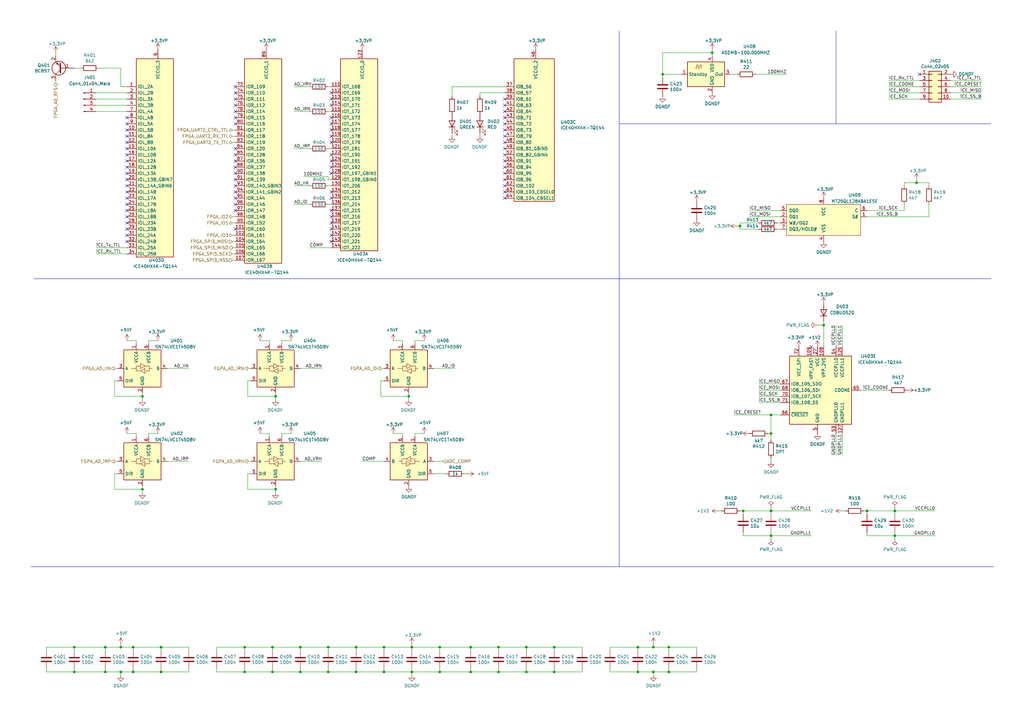
<source format=kicad_sch>
(kicad_sch (version 20230121) (generator eeschema)
  (paper "A3")
  (title_block (title "FPGA") (date "2020-03-07") (rev "1.00"))
  (junction (at 30.48 265.43))
  (junction (at 113.03 162.56))
  (junction (at 267.97 265.43))
  (junction (at 227.33 275.59))
  (junction (at 100.33 265.43))
  (junction (at 134.62 265.43))
  (junction (at 267.97 275.59))
  (junction (at 49.53 275.59))
  (junction (at 204.47 265.43))
  (junction (at 157.48 275.59))
  (junction (at 168.91 275.59))
  (junction (at 134.62 275.59))
  (junction (at 100.33 275.59))
  (junction (at 193.04 265.43))
  (junction (at 367.03 219.71))
  (junction (at 111.76 275.59))
  (junction (at 316.23 219.71))
  (junction (at 54.61 265.43))
  (junction (at 274.32 275.59))
  (junction (at 43.18 275.59))
  (junction (at 304.8 209.55))
  (junction (at 316.23 209.55))
  (junction (at 123.19 275.59))
  (junction (at 215.9 275.59))
  (junction (at 54.61 275.59))
  (junction (at 355.6 209.55))
  (junction (at 123.19 265.43))
  (junction (at 111.76 265.43))
  (junction (at 375.92 74.93))
  (junction (at 274.32 265.43))
  (junction (at 58.42 162.56))
  (junction (at 167.64 162.56))
  (junction (at 180.34 265.43))
  (junction (at 204.47 275.59))
  (junction (at 261.62 265.43))
  (junction (at 316.23 177.8))
  (junction (at 66.04 275.59))
  (junction (at 49.53 265.43))
  (junction (at 292.1 21.59))
  (junction (at 303.53 92.71))
  (junction (at 43.18 265.43))
  (junction (at 337.82 133.35))
  (junction (at 367.03 209.55))
  (junction (at 168.91 265.43))
  (junction (at 193.04 275.59))
  (junction (at 215.9 265.43))
  (junction (at 271.78 30.48))
  (junction (at 316.23 170.18))
  (junction (at 58.42 200.66))
  (junction (at 30.48 275.59))
  (junction (at 180.34 275.59))
  (junction (at 113.03 200.66))
  (junction (at 146.05 265.43))
  (junction (at 157.48 265.43))
  (junction (at 261.62 275.59))
  (junction (at 146.05 275.59))
  (junction (at 227.33 265.43))
  (junction (at 66.04 265.43))
  (no_connect (at 207.01 55.88))
  (no_connect (at 52.07 60.96))
  (no_connect (at 52.07 50.8))
  (no_connect (at 52.07 66.04))
  (no_connect (at 52.07 48.26))
  (no_connect (at 135.89 50.8))
  (no_connect (at 135.89 66.04))
  (no_connect (at 135.89 48.26))
  (no_connect (at 207.01 60.96))
  (no_connect (at 135.89 40.64))
  (no_connect (at 207.01 76.2))
  (no_connect (at 135.89 58.42))
  (no_connect (at 135.89 86.36))
  (no_connect (at 377.19 30.48))
  (no_connect (at 52.07 88.9))
  (no_connect (at 52.07 81.28))
  (no_connect (at 207.01 43.18))
  (no_connect (at 135.89 55.88))
  (no_connect (at 52.07 91.44))
  (no_connect (at 52.07 99.06))
  (no_connect (at 135.89 99.06))
  (no_connect (at 96.52 63.5))
  (no_connect (at 207.01 40.64))
  (no_connect (at 96.52 73.66))
  (no_connect (at 207.01 58.42))
  (no_connect (at 96.52 38.1))
  (no_connect (at 135.89 96.52))
  (no_connect (at 135.89 63.5))
  (no_connect (at 96.52 35.56))
  (no_connect (at 96.52 83.82))
  (no_connect (at 52.07 68.58))
  (no_connect (at 52.07 58.42))
  (no_connect (at 52.07 63.5))
  (no_connect (at 135.89 91.44))
  (no_connect (at 96.52 60.96))
  (no_connect (at 52.07 53.34))
  (no_connect (at 207.01 45.72))
  (no_connect (at 96.52 68.58))
  (no_connect (at 52.07 55.88))
  (no_connect (at 96.52 78.74))
  (no_connect (at 96.52 81.28))
  (no_connect (at 52.07 93.98))
  (no_connect (at 207.01 63.5))
  (no_connect (at 207.01 78.74))
  (no_connect (at 135.89 93.98))
  (no_connect (at 96.52 50.8))
  (no_connect (at 96.52 76.2))
  (no_connect (at 96.52 45.72))
  (no_connect (at 96.52 40.64))
  (no_connect (at 135.89 81.28))
  (no_connect (at 52.07 96.52))
  (no_connect (at 52.07 71.12))
  (no_connect (at 207.01 68.58))
  (no_connect (at 207.01 53.34))
  (no_connect (at 135.89 43.18))
  (no_connect (at 96.52 48.26))
  (no_connect (at 96.52 93.98))
  (no_connect (at 52.07 86.36))
  (no_connect (at 207.01 73.66))
  (no_connect (at 135.89 71.12))
  (no_connect (at 96.52 86.36))
  (no_connect (at 96.52 66.04))
  (no_connect (at 52.07 73.66))
  (no_connect (at 135.89 78.74))
  (no_connect (at 96.52 71.12))
  (no_connect (at 96.52 43.18))
  (no_connect (at 52.07 83.82))
  (no_connect (at 135.89 88.9))
  (no_connect (at 332.74 142.24))
  (no_connect (at 207.01 71.12))
  (no_connect (at 135.89 68.58))
  (no_connect (at 135.89 38.1))
  (no_connect (at 207.01 66.04))
  (no_connect (at 207.01 81.28))
  (no_connect (at 207.01 50.8))
  (no_connect (at 135.89 53.34))
  (no_connect (at 52.07 78.74))
  (no_connect (at 52.07 76.2))
  (no_connect (at 207.01 48.26))
  (polyline (pts (xy 12.7 232.41) (xy 407.67 232.41)))
  (wire (pts (xy 111.76 275.59) (xy 123.19 275.59)))
  (wire (pts (xy 355.6 86.36) (xy 370.84 86.36)))
  (wire (pts (xy 60.96 140.97) (xy 60.96 139.7)))
  (wire (pts (xy 292.1 21.59) (xy 292.1 22.86)))
  (wire (pts (xy 120.65 45.72) (xy 127 45.72)))
  (wire (pts (xy 318.77 91.44) (xy 320.04 91.44)))
  (wire (pts (xy 123.19 265.43) (xy 134.62 265.43)))
  (wire (pts (xy 353.06 160.02) (xy 364.49 160.02)))
  (wire (pts (xy 193.04 275.59) (xy 204.47 275.59)))
  (wire (pts (xy 19.05 275.59) (xy 30.48 275.59)))
  (wire (pts (xy 156.21 156.21) (xy 157.48 156.21)))
  (wire (pts (xy 52.07 104.14) (xy 39.37 104.14)))
  (wire (pts (xy 238.76 266.7) (xy 238.76 265.43)))
  (wire (pts (xy 367.03 220.98) (xy 367.03 219.71)))
  (wire (pts (xy 316.23 219.71) (xy 332.74 219.71)))
  (wire (pts (xy 381 74.93) (xy 381 76.2)))
  (wire (pts (xy 185.42 55.88) (xy 185.42 54.61)))
  (wire (pts (xy 377.19 33.02) (xy 364.49 33.02)))
  (wire (pts (xy 250.19 274.32) (xy 250.19 275.59)))
  (wire (pts (xy 49.53 35.56) (xy 52.07 35.56)))
  (polyline (pts (xy 13.97 114.3) (xy 406.4 114.3)))
  (wire (pts (xy 52.07 101.6) (xy 39.37 101.6)))
  (wire (pts (xy 49.53 27.94) (xy 49.53 35.56)))
  (wire (pts (xy 303.53 209.55) (xy 304.8 209.55)))
  (wire (pts (xy 261.62 265.43) (xy 267.97 265.43)))
  (wire (pts (xy 77.47 275.59) (xy 66.04 275.59)))
  (wire (pts (xy 66.04 265.43) (xy 77.47 265.43)))
  (wire (pts (xy 267.97 276.86) (xy 267.97 275.59)))
  (wire (pts (xy 88.9 275.59) (xy 100.33 275.59)))
  (wire (pts (xy 274.32 275.59) (xy 285.75 275.59)))
  (wire (pts (xy 367.03 219.71) (xy 383.54 219.71)))
  (wire (pts (xy 110.49 140.97) (xy 110.49 139.7)))
  (wire (pts (xy 48.26 151.13) (xy 46.99 151.13)))
  (wire (pts (xy 115.57 179.07) (xy 115.57 177.8)))
  (wire (pts (xy 165.1 177.8) (xy 161.29 177.8)))
  (wire (pts (xy 304.8 218.44) (xy 304.8 219.71)))
  (wire (pts (xy 204.47 266.7) (xy 204.47 265.43)))
  (wire (pts (xy 337.82 133.35) (xy 337.82 132.08)))
  (wire (pts (xy 113.03 200.66) (xy 113.03 201.93)))
  (wire (pts (xy 320.04 157.48) (xy 311.15 157.48)))
  (wire (pts (xy 96.52 88.9) (xy 95.25 88.9)))
  (wire (pts (xy 261.62 274.32) (xy 261.62 275.59)))
  (wire (pts (xy 345.44 142.24) (xy 345.44 133.35)))
  (wire (pts (xy 185.42 39.37) (xy 185.42 35.56)))
  (wire (pts (xy 39.37 38.1) (xy 52.07 38.1)))
  (wire (pts (xy 355.6 218.44) (xy 355.6 219.71)))
  (wire (pts (xy 148.59 189.23) (xy 157.48 189.23)))
  (wire (pts (xy 43.18 265.43) (xy 49.53 265.43)))
  (wire (pts (xy 88.9 266.7) (xy 88.9 265.43)))
  (wire (pts (xy 88.9 265.43) (xy 100.33 265.43)))
  (wire (pts (xy 316.23 218.44) (xy 316.23 219.71)))
  (wire (pts (xy 60.96 177.8) (xy 64.77 177.8)))
  (wire (pts (xy 316.23 177.8) (xy 314.96 177.8)))
  (wire (pts (xy 165.1 140.97) (xy 165.1 139.7)))
  (wire (pts (xy 55.88 140.97) (xy 55.88 139.7)))
  (wire (pts (xy 110.49 177.8) (xy 106.68 177.8)))
  (wire (pts (xy 377.19 35.56) (xy 364.49 35.56)))
  (wire (pts (xy 196.85 38.1) (xy 207.01 38.1)))
  (wire (pts (xy 227.33 265.43) (xy 227.33 266.7)))
  (wire (pts (xy 111.76 274.32) (xy 111.76 275.59)))
  (wire (pts (xy 110.49 179.07) (xy 110.49 177.8)))
  (polyline (pts (xy 342.9 12.7) (xy 342.9 50.8)))
  (wire (pts (xy 39.37 43.18) (xy 52.07 43.18)))
  (wire (pts (xy 49.53 265.43) (xy 54.61 265.43)))
  (wire (pts (xy 66.04 274.32) (xy 66.04 275.59)))
  (wire (pts (xy 300.99 170.18) (xy 316.23 170.18)))
  (wire (pts (xy 124.46 72.39) (xy 134.62 72.39)))
  (wire (pts (xy 215.9 274.32) (xy 215.9 275.59)))
  (wire (pts (xy 271.78 30.48) (xy 271.78 21.59)))
  (wire (pts (xy 367.03 218.44) (xy 367.03 219.71)))
  (wire (pts (xy 132.08 151.13) (xy 123.19 151.13)))
  (wire (pts (xy 134.62 60.96) (xy 135.89 60.96)))
  (wire (pts (xy 77.47 189.23) (xy 68.58 189.23)))
  (wire (pts (xy 354.33 209.55) (xy 355.6 209.55)))
  (wire (pts (xy 43.18 274.32) (xy 43.18 275.59)))
  (wire (pts (xy 193.04 274.32) (xy 193.04 275.59)))
  (wire (pts (xy 279.4 30.48) (xy 271.78 30.48)))
  (wire (pts (xy 167.64 161.29) (xy 167.64 162.56)))
  (wire (pts (xy 177.8 194.31) (xy 182.88 194.31)))
  (wire (pts (xy 190.5 194.31) (xy 191.77 194.31)))
  (wire (pts (xy 215.9 275.59) (xy 227.33 275.59)))
  (wire (pts (xy 168.91 265.43) (xy 168.91 266.7)))
  (wire (pts (xy 95.25 106.68) (xy 96.52 106.68)))
  (wire (pts (xy 180.34 275.59) (xy 180.34 274.32)))
  (wire (pts (xy 113.03 200.66) (xy 101.6 200.66)))
  (wire (pts (xy 180.34 266.7) (xy 180.34 265.43)))
  (wire (pts (xy 170.18 139.7) (xy 173.99 139.7)))
  (wire (pts (xy 316.23 208.28) (xy 316.23 209.55)))
  (wire (pts (xy 271.78 31.75) (xy 271.78 30.48)))
  (wire (pts (xy 100.33 275.59) (xy 111.76 275.59)))
  (wire (pts (xy 180.34 275.59) (xy 168.91 275.59)))
  (wire (pts (xy 196.85 55.88) (xy 196.85 54.61)))
  (wire (pts (xy 303.53 92.71) (xy 303.53 93.98)))
  (wire (pts (xy 146.05 266.7) (xy 146.05 265.43)))
  (wire (pts (xy 19.05 266.7) (xy 19.05 265.43)))
  (wire (pts (xy 60.96 179.07) (xy 60.96 177.8)))
  (wire (pts (xy 177.8 189.23) (xy 181.61 189.23)))
  (wire (pts (xy 55.88 179.07) (xy 55.88 177.8)))
  (wire (pts (xy 370.84 74.93) (xy 375.92 74.93)))
  (wire (pts (xy 320.04 160.02) (xy 311.15 160.02)))
  (wire (pts (xy 320.04 162.56) (xy 311.15 162.56)))
  (wire (pts (xy 120.65 60.96) (xy 127 60.96)))
  (wire (pts (xy 54.61 274.32) (xy 54.61 275.59)))
  (wire (pts (xy 375.92 74.93) (xy 381 74.93)))
  (wire (pts (xy 115.57 139.7) (xy 119.38 139.7)))
  (wire (pts (xy 95.25 96.52) (xy 96.52 96.52)))
  (wire (pts (xy 58.42 199.39) (xy 58.42 200.66)))
  (wire (pts (xy 367.03 209.55) (xy 367.03 210.82)))
  (wire (pts (xy 134.62 274.32) (xy 134.62 275.59)))
  (wire (pts (xy 95.25 53.34) (xy 96.52 53.34)))
  (wire (pts (xy 389.89 38.1) (xy 402.59 38.1)))
  (wire (pts (xy 250.19 275.59) (xy 261.62 275.59)))
  (wire (pts (xy 101.6 194.31) (xy 102.87 194.31)))
  (wire (pts (xy 157.48 275.59) (xy 168.91 275.59)))
  (wire (pts (xy 96.52 101.6) (xy 95.25 101.6)))
  (wire (pts (xy 204.47 265.43) (xy 215.9 265.43)))
  (wire (pts (xy 127 101.6) (xy 135.89 101.6)))
  (wire (pts (xy 304.8 210.82) (xy 304.8 209.55)))
  (wire (pts (xy 271.78 21.59) (xy 292.1 21.59)))
  (wire (pts (xy 185.42 35.56) (xy 207.01 35.56)))
  (wire (pts (xy 40.64 27.94) (xy 49.53 27.94)))
  (wire (pts (xy 267.97 265.43) (xy 274.32 265.43)))
  (wire (pts (xy 110.49 139.7) (xy 106.68 139.7)))
  (wire (pts (xy 55.88 177.8) (xy 52.07 177.8)))
  (wire (pts (xy 77.47 274.32) (xy 77.47 275.59)))
  (wire (pts (xy 113.03 161.29) (xy 113.03 162.56)))
  (wire (pts (xy 22.86 34.29) (xy 22.86 33.02)))
  (wire (pts (xy 123.19 274.32) (xy 123.19 275.59)))
  (wire (pts (xy 316.23 189.23) (xy 316.23 187.96)))
  (wire (pts (xy 134.62 72.39) (xy 134.62 73.66)))
  (wire (pts (xy 168.91 264.16) (xy 168.91 265.43)))
  (wire (pts (xy 146.05 274.32) (xy 146.05 275.59)))
  (wire (pts (xy 355.6 210.82) (xy 355.6 209.55)))
  (wire (pts (xy 375.92 73.66) (xy 375.92 74.93)))
  (wire (pts (xy 294.64 209.55) (xy 295.91 209.55)))
  (wire (pts (xy 55.88 139.7) (xy 52.07 139.7)))
  (wire (pts (xy 304.8 209.55) (xy 316.23 209.55)))
  (wire (pts (xy 389.89 35.56) (xy 402.59 35.56)))
  (wire (pts (xy 168.91 275.59) (xy 168.91 274.32)))
  (wire (pts (xy 156.21 162.56) (xy 156.21 156.21)))
  (wire (pts (xy 170.18 140.97) (xy 170.18 139.7)))
  (wire (pts (xy 389.89 40.64) (xy 402.59 40.64)))
  (wire (pts (xy 274.32 266.7) (xy 274.32 265.43)))
  (wire (pts (xy 165.1 179.07) (xy 165.1 177.8)))
  (wire (pts (xy 134.62 275.59) (xy 146.05 275.59)))
  (wire (pts (xy 316.23 180.34) (xy 316.23 177.8)))
  (wire (pts (xy 146.05 265.43) (xy 157.48 265.43)))
  (wire (pts (xy 58.42 162.56) (xy 58.42 163.83)))
  (wire (pts (xy 337.82 142.24) (xy 337.82 133.35)))
  (wire (pts (xy 113.03 199.39) (xy 113.03 200.66)))
  (wire (pts (xy 165.1 139.7) (xy 161.29 139.7)))
  (wire (pts (xy 355.6 219.71) (xy 367.03 219.71)))
  (wire (pts (xy 215.9 265.43) (xy 227.33 265.43)))
  (wire (pts (xy 381 88.9) (xy 381 83.82)))
  (wire (pts (xy 204.47 274.32) (xy 204.47 275.59)))
  (wire (pts (xy 170.18 179.07) (xy 170.18 177.8)))
  (wire (pts (xy 58.42 200.66) (xy 58.42 201.93)))
  (wire (pts (xy 95.25 58.42) (xy 96.52 58.42)))
  (wire (pts (xy 377.19 38.1) (xy 364.49 38.1)))
  (wire (pts (xy 186.69 151.13) (xy 177.8 151.13)))
  (wire (pts (xy 292.1 20.32) (xy 292.1 21.59)))
  (wire (pts (xy 46.99 162.56) (xy 46.99 156.21)))
  (wire (pts (xy 43.18 275.59) (xy 30.48 275.59)))
  (wire (pts (xy 120.65 76.2) (xy 127 76.2)))
  (wire (pts (xy 267.97 264.16) (xy 267.97 265.43)))
  (wire (pts (xy 303.53 91.44) (xy 303.53 92.71)))
  (wire (pts (xy 134.62 73.66) (xy 135.89 73.66)))
  (wire (pts (xy 261.62 266.7) (xy 261.62 265.43)))
  (wire (pts (xy 100.33 265.43) (xy 111.76 265.43)))
  (wire (pts (xy 48.26 189.23) (xy 46.99 189.23)))
  (wire (pts (xy 115.57 177.8) (xy 119.38 177.8)))
  (wire (pts (xy 120.65 83.82) (xy 127 83.82)))
  (wire (pts (xy 46.99 194.31) (xy 48.26 194.31)))
  (wire (pts (xy 274.32 274.32) (xy 274.32 275.59)))
  (wire (pts (xy 49.53 276.86) (xy 49.53 275.59)))
  (wire (pts (xy 180.34 275.59) (xy 193.04 275.59)))
  (wire (pts (xy 274.32 265.43) (xy 285.75 265.43)))
  (wire (pts (xy 316.23 220.98) (xy 316.23 219.71)))
  (wire (pts (xy 54.61 265.43) (xy 66.04 265.43)))
  (wire (pts (xy 19.05 265.43) (xy 30.48 265.43)))
  (wire (pts (xy 267.97 275.59) (xy 274.32 275.59)))
  (wire (pts (xy 95.25 91.44) (xy 96.52 91.44)))
  (wire (pts (xy 58.42 161.29) (xy 58.42 162.56)))
  (wire (pts (xy 123.19 275.59) (xy 134.62 275.59)))
  (wire (pts (xy 157.48 265.43) (xy 168.91 265.43)))
  (wire (pts (xy 102.87 189.23) (xy 101.6 189.23)))
  (wire (pts (xy 227.33 265.43) (xy 238.76 265.43)))
  (wire (pts (xy 134.62 265.43) (xy 146.05 265.43)))
  (wire (pts (xy 157.48 266.7) (xy 157.48 265.43)))
  (wire (pts (xy 316.23 209.55) (xy 316.23 210.82)))
  (wire (pts (xy 377.19 40.64) (xy 364.49 40.64)))
  (wire (pts (xy 193.04 265.43) (xy 204.47 265.43)))
  (wire (pts (xy 95.25 104.14) (xy 96.52 104.14)))
  (wire (pts (xy 342.9 177.8) (xy 342.9 186.69)))
  (wire (pts (xy 49.53 264.16) (xy 49.53 265.43)))
  (wire (pts (xy 370.84 76.2) (xy 370.84 74.93)))
  (wire (pts (xy 135.89 45.72) (xy 134.62 45.72)))
  (wire (pts (xy 316.23 177.8) (xy 316.23 170.18)))
  (wire (pts (xy 66.04 265.43) (xy 66.04 266.7)))
  (wire (pts (xy 320.04 86.36) (xy 307.34 86.36)))
  (wire (pts (xy 30.48 27.94) (xy 33.02 27.94)))
  (wire (pts (xy 30.48 265.43) (xy 43.18 265.43)))
  (wire (pts (xy 111.76 266.7) (xy 111.76 265.43)))
  (wire (pts (xy 345.44 209.55) (xy 346.71 209.55)))
  (wire (pts (xy 132.08 189.23) (xy 123.19 189.23)))
  (wire (pts (xy 168.91 276.86) (xy 168.91 275.59)))
  (wire (pts (xy 167.64 162.56) (xy 167.64 163.83)))
  (wire (pts (xy 54.61 265.43) (xy 54.61 266.7)))
  (wire (pts (xy 111.76 265.43) (xy 123.19 265.43)))
  (wire (pts (xy 19.05 275.59) (xy 19.05 274.32)))
  (wire (pts (xy 123.19 266.7) (xy 123.19 265.43)))
  (wire (pts (xy 285.75 266.7) (xy 285.75 265.43)))
  (wire (pts (xy 370.84 86.36) (xy 370.84 83.82)))
  (wire (pts (xy 77.47 151.13) (xy 68.58 151.13)))
  (wire (pts (xy 355.6 209.55) (xy 367.03 209.55)))
  (wire (pts (xy 100.33 266.7) (xy 100.33 265.43)))
  (wire (pts (xy 113.03 162.56) (xy 101.6 162.56)))
  (wire (pts (xy 215.9 266.7) (xy 215.9 265.43)))
  (wire (pts (xy 66.04 275.59) (xy 54.61 275.59)))
  (wire (pts (xy 332.74 209.55) (xy 316.23 209.55)))
  (wire (pts (xy 238.76 275.59) (xy 227.33 275.59)))
  (polyline (pts (xy 254 12.7) (xy 254 232.41)))
  (wire (pts (xy 168.91 265.43) (xy 180.34 265.43)))
  (wire (pts (xy 134.62 83.82) (xy 135.89 83.82)))
  (wire (pts (xy 101.6 156.21) (xy 102.87 156.21)))
  (wire (pts (xy 134.62 76.2) (xy 135.89 76.2)))
  (wire (pts (xy 96.52 55.88) (xy 95.25 55.88)))
  (wire (pts (xy 30.48 274.32) (xy 30.48 275.59)))
  (wire (pts (xy 43.18 265.43) (xy 43.18 266.7)))
  (wire (pts (xy 320.04 93.98) (xy 318.77 93.98)))
  (wire (pts (xy 115.57 140.97) (xy 115.57 139.7)))
  (wire (pts (xy 101.6 162.56) (xy 101.6 156.21)))
  (wire (pts (xy 135.89 35.56) (xy 134.62 35.56)))
  (wire (pts (xy 157.48 274.32) (xy 157.48 275.59)))
  (wire (pts (xy 167.64 162.56) (xy 156.21 162.56)))
  (wire (pts (xy 196.85 38.1) (xy 196.85 39.37)))
  (wire (pts (xy 193.04 265.43) (xy 193.04 266.7)))
  (wire (pts (xy 345.44 177.8) (xy 345.44 186.69)))
  (wire (pts (xy 238.76 275.59) (xy 238.76 274.32)))
  (wire (pts (xy 46.99 200.66) (xy 46.99 194.31)))
  (wire (pts (xy 320.04 88.9) (xy 307.34 88.9)))
  (wire (pts (xy 250.19 266.7) (xy 250.19 265.43)))
  (wire (pts (xy 309.88 30.48) (xy 322.58 30.48)))
  (wire (pts (xy 320.04 165.1) (xy 311.15 165.1)))
  (wire (pts (xy 95.25 99.06) (xy 96.52 99.06)))
  (wire (pts (xy 77.47 265.43) (xy 77.47 266.7)))
  (wire (pts (xy 120.65 35.56) (xy 127 35.56)))
  (wire (pts (xy 299.72 30.48) (xy 302.26 30.48)))
  (wire (pts (xy 39.37 40.64) (xy 52.07 40.64)))
  (wire (pts (xy 285.75 274.32) (xy 285.75 275.59)))
  (wire (pts (xy 335.28 133.35) (xy 337.82 133.35)))
  (wire (pts (xy 355.6 88.9) (xy 381 88.9)))
  (wire (pts (xy 146.05 275.59) (xy 157.48 275.59)))
  (wire (pts (xy 303.53 91.44) (xy 311.15 91.44)))
  (wire (pts (xy 101.6 200.66) (xy 101.6 194.31)))
  (wire (pts (xy 304.8 219.71) (xy 316.23 219.71)))
  (wire (pts (xy 58.42 200.66) (xy 46.99 200.66)))
  (wire (pts (xy 39.37 45.72) (xy 52.07 45.72)))
  (wire (pts (xy 180.34 265.43) (xy 193.04 265.43)))
  (wire (pts (xy 261.62 275.59) (xy 267.97 275.59)))
  (wire (pts (xy 227.33 275.59) (xy 227.33 274.32)))
  (polyline (pts (xy 254 50.8) (xy 406.4 50.8)))
  (wire (pts (xy 170.18 177.8) (xy 173.99 177.8)))
  (wire (pts (xy 342.9 142.24) (xy 342.9 133.35)))
  (wire (pts (xy 302.26 92.71) (xy 303.53 92.71)))
  (wire (pts (xy 250.19 265.43) (xy 261.62 265.43)))
  (wire (pts (xy 383.54 209.55) (xy 367.03 209.55)))
  (wire (pts (xy 102.87 151.13) (xy 101.6 151.13)))
  (wire (pts (xy 320.04 170.18) (xy 316.23 170.18)))
  (wire (pts (xy 204.47 275.59) (xy 215.9 275.59)))
  (wire (pts (xy 389.89 33.02) (xy 402.59 33.02)))
  (wire (pts (xy 134.62 266.7) (xy 134.62 265.43)))
  (wire (pts (xy 60.96 139.7) (xy 64.77 139.7)))
  (wire (pts (xy 113.03 162.56) (xy 113.03 163.83)))
  (wire (pts (xy 30.48 265.43) (xy 30.48 266.7)))
  (wire (pts (xy 58.42 162.56) (xy 46.99 162.56)))
  (wire (pts (xy 46.99 156.21) (xy 48.26 156.21)))
  (wire (pts (xy 22.86 21.59) (xy 22.86 22.86)))
  (wire (pts (xy 49.53 275.59) (xy 43.18 275.59)))
  (wire (pts (xy 100.33 274.32) (xy 100.33 275.59)))
  (wire (pts (xy 367.03 208.28) (xy 367.03 209.55)))
  (wire (pts (xy 88.9 274.32) (xy 88.9 275.59)))
  (wire (pts (xy 303.53 93.98) (xy 311.15 93.98)))
  (wire (pts (xy 157.48 151.13) (xy 156.21 151.13)))
  (wire (pts (xy 54.61 275.59) (xy 49.53 275.59)))
  (label "VCCPLL0" (at 383.54 209.55 180))
  (label "AD_ID" (at 186.69 151.13 180))
  (label "iCE_SCK" (at 311.15 162.56 0))
  (label "iCE_MISO" (at 307.34 86.36 0))
  (label "AD_IRN" (at 120.65 45.72 0))
  (label "AD_IRN" (at 132.08 151.13 180))
  (label "iCE_SS_B" (at 368.3 88.9 180))
  (label "iCE_CDONE" (at 364.49 35.56 0))
  (label "AD_IRP" (at 77.47 189.23 180))
  (label "iCE_Tx_TTL" (at 402.59 33.02 180))
  (label "VCCPLL1" (at 345.44 133.35 270))
  (label "COMP" (at 127 101.6 0))
  (label "100MHZ" (at 124.46 72.39 0))
  (label "iCE_MOSI" (at 307.34 88.9 0))
  (label "COMP" (at 148.59 189.23 0))
  (label "GNDPLL1" (at 332.74 219.71 180))
  (label "AD_ID" (at 120.65 83.82 0))
  (label "AD_VRH" (at 132.08 189.23 180))
  (label "AD_IRP" (at 120.65 60.96 0))
  (label "iCE_CRESET" (at 300.99 170.18 0))
  (label "VCCPLL1" (at 332.74 209.55 180))
  (label "iCE_CRESET" (at 402.59 35.56 180))
  (label "iCE_SS_B" (at 402.59 40.64 180))
  (label "GNDPLL1" (at 345.44 186.69 90))
  (label "iCE_Rx_TTL" (at 39.37 104.14 0))
  (label "VCCPLL0" (at 342.9 133.35 270))
  (label "iCE_MOSI" (at 311.15 160.02 0))
  (label "iCE_MISO" (at 402.59 38.1 180))
  (label "GNDPLL0" (at 342.9 186.69 90))
  (label "iCE_MISO" (at 311.15 157.48 0))
  (label "iCE_Tx_TTL" (at 39.37 101.6 0))
  (label "iCE_SS_B" (at 311.15 165.1 0))
  (label "AD_IIN" (at 120.65 76.2 0))
  (label "iCE_SCK" (at 368.3 86.36 180))
  (label "GNDPLL0" (at 383.54 219.71 180))
  (label "100MHZ" (at 322.58 30.48 180))
  (label "iCE_Rx_TTL" (at 364.49 33.02 0))
  (label "AD_IIN" (at 77.47 151.13 180))
  (label "AD_VRH" (at 120.65 35.56 0))
  (label "iCE_CDONE" (at 364.49 160.02 180))
  (label "iCE_SCK" (at 364.49 40.64 0))
  (label "iCE_MOSI" (at 364.49 38.1 0))
  (hierarchical_label "FGPA_AD_IRP" (shape output) (at 46.99 189.23 180))
  (hierarchical_label "FPGA_SPI3_MOSI" (shape input) (at 95.25 99.06 180))
  (hierarchical_label "FPGA_IO3" (shape bidirectional) (at 95.25 96.52 180))
  (hierarchical_label "ADC_COMP" (shape input) (at 181.61 189.23 0))
  (hierarchical_label "FPGA_SPI3_MISO" (shape output) (at 95.25 101.6 180))
  (hierarchical_label "FPGA_IO1" (shape bidirectional) (at 95.25 91.44 180))
  (hierarchical_label "FGPA_AD_ID" (shape output) (at 156.21 151.13 180))
  (hierarchical_label "FPGA_UART2_RX_TTL" (shape bidirectional) (at 95.25 55.88 180))
  (hierarchical_label "FPGA_SPI3_SCK" (shape input) (at 95.25 104.14 180))
  (hierarchical_label "FPGA_UART2_TX_TTL" (shape bidirectional) (at 95.25 58.42 180))
  (hierarchical_label "FPGA_AD_RFS" (shape output) (at 22.86 34.29 270))
  (hierarchical_label "FPGA_AD_IIN" (shape output) (at 46.99 151.13 180))
  (hierarchical_label "FPGA_UART2_CTRL_TTL" (shape bidirectional) (at 95.25 53.34 180))
  (hierarchical_label "FGPA_AD_VRH" (shape output) (at 101.6 189.23 180))
  (hierarchical_label "FPGA_IO2" (shape bidirectional) (at 95.25 88.9 180))
  (hierarchical_label "FPGA_SPI3_NSS" (shape input) (at 95.25 106.68 180))
  (hierarchical_label "FGPA_AD_IRN" (shape output) (at 101.6 151.13 180))
  (symbol (lib_id "Device:R") (at 130.81 83.82 270) (unit 1)
    (property "Reference" "R406" (at 130.81 81.28 90))
    (property "Value" "150" (at 130.81 83.82 90))
    (property "Footprint" "Resistor_SMD:R_0603_1608Metric_Pad0.98x0.95mm_HandSolder" (effects hide))
  )
  (symbol (lib_id "Device:R") (at 130.81 35.56 270) (unit 1)
    (property "Reference" "R402" (at 130.81 33.02 90))
    (property "Value" "150" (at 130.81 35.56 90))
    (property "Footprint" "Resistor_SMD:R_0603_1608Metric_Pad0.98x0.95mm_HandSolder" (effects hide))
  )
  (symbol (lib_id "Device:R") (at 130.81 45.72 270) (unit 1)
    (property "Reference" "R403" (at 130.81 43.18 90))
    (property "Value" "150" (at 130.81 45.72 90))
    (property "Footprint" "Resistor_SMD:R_0603_1608Metric_Pad0.98x0.95mm_HandSolder" (effects hide))
  )
  (symbol (lib_id "Device:R") (at 130.81 60.96 270) (unit 1)
    (property "Reference" "R404" (at 130.81 58.42 90))
    (property "Value" "150" (at 130.81 60.96 90))
    (property "Footprint" "Resistor_SMD:R_0603_1608Metric_Pad0.98x0.95mm_HandSolder" (effects hide))
  )
  (symbol (lib_id "Device:R") (at 130.81 76.2 270) (unit 1)
    (property "Reference" "R405" (at 130.81 73.66 90))
    (property "Value" "150" (at 130.81 76.2 90))
    (property "Footprint" "Resistor_SMD:R_0603_1608Metric_Pad0.98x0.95mm_HandSolder" (effects hide))
  )
  (symbol (lib_id "Connector_Generic:Conn_02x05_Odd_Even") (at 382.27 35.56 0) (unit 1)
    (property "Reference" "J402" (at 383.54 24.9682 0))
    (property "Value" "Conn_02x05" (at 383.54 27.2796 0))
    (property "Footprint" "Connector_PinHeader_2.54mm:PinHeader_2x05_P2.54mm_Vertical" (effects hide))
  )
  (symbol (lib_id "Device:R") (at 196.85 43.18 0) (unit 1)
    (property "Reference" "R409" (at 198.628 42.0116 0) (effects (justify left)))
    (property "Value" "1k" (at 198.628 44.323 0) (effects (justify left)))
    (property "Footprint" "Resistor_SMD:R_0603_1608Metric_Pad0.98x0.95mm_HandSolder" (effects hide))
  )
  (symbol (lib_id "Device:R") (at 185.42 43.18 0) (unit 1)
    (property "Reference" "R407" (at 187.198 42.0116 0) (effects (justify left)))
    (property "Value" "1k" (at 187.198 44.323 0) (effects (justify left)))
    (property "Footprint" "Resistor_SMD:R_0603_1608Metric_Pad0.98x0.95mm_HandSolder" (effects hide))
  )
  (symbol (lib_id "Device:LED") (at 196.85 50.8 90) (unit 1)
    (property "Reference" "D402" (at 199.8472 49.8094 90) (effects (justify right)))
    (property "Value" "RED" (at 199.8472 52.1208 90) (effects (justify right)))
    (property "Footprint" "LED_SMD:LED_0603_1608Metric_Pad1.05x0.95mm_HandSolder" (effects hide))
  )
  (symbol (lib_id "Device:LED") (at 185.42 50.8 90) (unit 1)
    (property "Reference" "D401" (at 188.4172 49.8094 90) (effects (justify right)))
    (property "Value" "GREEN" (at 188.4172 52.1208 90) (effects (justify right)))
    (property "Footprint" "LED_SMD:LED_0603_1608Metric_Pad1.05x0.95mm_HandSolder" (effects hide))
  )
  (symbol (lib_id "ETH1CDMM2:DGNDF") (at 196.85 55.88 0) (mirror y) (unit 1)
    (property "Reference" "#PWR0429" (effects hide))
    (property "Value" "DGNDF" (at 196.723 60.2742 0))
  )
  (symbol (lib_id "ETH1CDMM2:DGNDF") (at 185.42 55.88 0) (mirror y) (unit 1)
    (property "Reference" "#PWR0427" (effects hide))
    (property "Value" "DGNDF" (at 185.293 60.2742 0))
  )
  (symbol (lib_id "FPGA_Lattice:ICE40HX4K-TQ144") (at 148.59 66.04 0) (unit 1)
    (property "Reference" "U403" (at 144.78 104.14 0) (effects (justify left)))
    (property "Value" "ICE40HX4K-TQ144" (at 138.43 106.68 0) (effects (justify left)))
    (property "Footprint" "ETH1CDMM2:TQFP-144_20x20mm_P0.5mm" (effects hide))
    (property "Datasheet" "http://www.latticesemi.com/Products/FPGAandCPLD/iCE40" (effects hide))
  )
  (symbol (lib_id "FPGA_Lattice:ICE40HX4K-TQ144") (at 109.22 68.58 0) (unit 2)
    (property "Reference" "U403" (at 105.41 109.22 0) (effects (justify left)))
    (property "Value" "ICE40HX4K-TQ144" (at 100.33 111.76 0) (effects (justify left)))
    (property "Footprint" "ETH1CDMM2:TQFP-144_20x20mm_P0.5mm" (effects hide))
    (property "Datasheet" "http://www.latticesemi.com/Products/FPGAandCPLD/iCE40" (effects hide))
  )
  (symbol (lib_id "FPGA_Lattice:ICE40HX4K-TQ144") (at 219.71 55.88 0) (unit 3)
    (property "Reference" "U403" (at 229.8446 50.0888 0) (effects (justify left)))
    (property "Value" "ICE40HX4K-TQ144" (at 229.8446 52.4002 0) (effects (justify left)))
    (property "Footprint" "ETH1CDMM2:TQFP-144_20x20mm_P0.5mm" (effects hide))
    (property "Datasheet" "http://www.latticesemi.com/Products/FPGAandCPLD/iCE40" (effects hide))
  )
  (symbol (lib_id "FPGA_Lattice:ICE40HX4K-TQ144") (at 64.77 66.04 0) (unit 4)
    (property "Reference" "U403" (at 60.96 106.68 0) (effects (justify left)))
    (property "Value" "ICE40HX4K-TQ144" (at 54.61 109.22 0) (effects (justify left)))
    (property "Footprint" "ETH1CDMM2:TQFP-144_20x20mm_P0.5mm" (effects hide))
    (property "Datasheet" "http://www.latticesemi.com/Products/FPGAandCPLD/iCE40" (effects hide))
  )
  (symbol (lib_id "FPGA_Lattice:ICE40HX4K-TQ144") (at 335.28 160.02 0) (unit 5)
    (property "Reference" "U403" (at 353.06 146.05 0) (effects (justify left)))
    (property "Value" "ICE40HX4K-TQ144" (at 351.79 148.59 0) (effects (justify left)))
    (property "Footprint" "ETH1CDMM2:TQFP-144_20x20mm_P0.5mm" (effects hide))
    (property "Datasheet" "http://www.latticesemi.com/Products/FPGAandCPLD/iCE40" (effects hide))
  )
  (symbol (lib_id "power:+3.3VP") (at 64.77 20.32 0) (unit 1)
    (property "Reference" "#PWR0408" (effects hide))
    (property "Value" "+3.3VP" (at 65.278 16.6878 0))
  )
  (symbol (lib_id "ETH1CDMM2:DGNDF") (at 335.28 177.8 0) (unit 1)
    (property "Reference" "#PWR0444" (effects hide))
    (property "Value" "DGNDF" (at 335.407 182.1942 0))
  )
  (symbol (lib_id "power:+1V2") (at 335.28 142.24 0) (unit 1)
    (property "Reference" "#PWR0443" (effects hide))
    (property "Value" "+1V2" (at 334.01 138.43 0))
  )
  (symbol (lib_id "power:+3.3VP") (at 337.82 124.46 0) (unit 1)
    (property "Reference" "#PWR0447" (effects hide))
    (property "Value" "+3.3VP" (at 338.328 120.8278 0))
  )
  (symbol (lib_id "Device:R") (at 368.3 160.02 270) (unit 1)
    (property "Reference" "R417" (at 368.3 154.7622 90))
    (property "Value" "4k7" (at 368.3 157.0736 90))
    (property "Footprint" "Resistor_SMD:R_0603_1608Metric_Pad0.98x0.95mm_HandSolder" (effects hide))
  )
  (symbol (lib_id "power:+3.3VP") (at 372.11 160.02 270) (unit 1)
    (property "Reference" "#PWR0449" (effects hide))
    (property "Value" "+3.3VP" (at 374.65 160.02 90) (effects (justify left)))
  )
  (symbol (lib_id "Device:R") (at 370.84 80.01 0) (unit 1)
    (property "Reference" "R418" (at 372.618 78.8416 0) (effects (justify left)))
    (property "Value" "4k7" (at 372.618 81.153 0) (effects (justify left)))
    (property "Footprint" "Resistor_SMD:R_0603_1608Metric_Pad0.98x0.95mm_HandSolder" (effects hide))
  )
  (symbol (lib_id "Device:R") (at 381 80.01 0) (unit 1)
    (property "Reference" "R419" (at 382.778 78.8416 0) (effects (justify left)))
    (property "Value" "4k7" (at 382.778 81.153 0) (effects (justify left)))
    (property "Footprint" "Resistor_SMD:R_0603_1608Metric_Pad0.98x0.95mm_HandSolder" (effects hide))
  )
  (symbol (lib_id "Logic_LevelTranslator:SN74LVC1T45DBV") (at 58.42 151.13 0) (unit 1)
    (property "Reference" "U401" (at 69.85 139.7 0) (effects (justify left)))
    (property "Value" "SN74LVC1T45DBV" (at 63.5 142.24 0) (effects (justify left)))
    (property "Footprint" "Package_TO_SOT_SMD:SOT-23-6" (effects hide))
    (property "Datasheet" "http://www.ti.com/lit/ds/symlink/sn74lvc1t45.pdf" (effects hide))
  )
  (symbol (lib_id "ETH1CDMM2:+5VF") (at 52.07 139.7 0) (mirror y) (unit 1)
    (property "Reference" "#PWR0404" (effects hide))
    (property "Value" "+5VF" (at 51.689 135.3058 0))
  )
  (symbol (lib_id "power:+3.3VP") (at 64.77 139.7 0) (mirror y) (unit 1)
    (property "Reference" "#PWR0409" (effects hide))
    (property "Value" "+3.3VP" (at 64.262 136.0678 0))
  )
  (symbol (lib_id "power:+3.3VP") (at 375.92 73.66 0) (unit 1)
    (property "Reference" "#PWR0450" (effects hide))
    (property "Value" "+3.3VP" (at 376.428 70.0278 0))
  )
  (symbol (lib_id "ETH1CDMM2:DGNDF") (at 58.42 163.83 0) (mirror y) (unit 1)
    (property "Reference" "#PWR0406" (effects hide))
    (property "Value" "DGNDF" (at 58.293 168.2242 0))
  )
  (symbol (lib_id "Device:C") (at 316.23 214.63 0) (unit 1)
    (property "Reference" "C428" (at 319.151 213.4616 0) (effects (justify left)))
    (property "Value" "100n" (at 319.151 215.773 0) (effects (justify left)))
    (property "Footprint" "Capacitor_SMD:C_0603_1608Metric_Pad1.08x0.95mm_HandSolder" (effects hide))
  )
  (symbol (lib_id "Device:C") (at 304.8 214.63 0) (unit 1)
    (property "Reference" "C427" (at 307.721 213.4616 0) (effects (justify left)))
    (property "Value" "10u" (at 307.721 215.773 0) (effects (justify left)))
    (property "Footprint" "Capacitor_SMD:C_0805_2012Metric_Pad1.18x1.45mm_HandSolder" (effects hide))
  )
  (symbol (lib_id "Device:R") (at 299.72 209.55 270) (unit 1)
    (property "Reference" "R410" (at 299.72 204.2922 90))
    (property "Value" "100" (at 299.72 206.6036 90))
    (property "Footprint" "Resistor_SMD:R_0603_1608Metric_Pad0.98x0.95mm_HandSolder" (effects hide))
  )
  (symbol (lib_id "power:+1V2") (at 294.64 209.55 90) (unit 1)
    (property "Reference" "#PWR0438" (effects hide))
    (property "Value" "+1V2" (at 288.29 209.55 90))
  )
  (symbol (lib_id "Device:C") (at 180.34 270.51 0) (unit 1)
    (property "Reference" "C415" (at 183.261 269.3416 0) (effects (justify left)))
    (property "Value" "100n" (at 183.261 271.653 0) (effects (justify left)))
    (property "Footprint" "Capacitor_SMD:C_0603_1608Metric_Pad1.08x0.95mm_HandSolder" (effects hide))
  )
  (symbol (lib_id "Device:C") (at 193.04 270.51 0) (unit 1)
    (property "Reference" "C416" (at 195.961 269.3416 0) (effects (justify left)))
    (property "Value" "100n" (at 195.961 271.653 0) (effects (justify left)))
    (property "Footprint" "Capacitor_SMD:C_0603_1608Metric_Pad1.08x0.95mm_HandSolder" (effects hide))
  )
  (symbol (lib_id "power:+3.3VP") (at 327.66 142.24 0) (unit 1)
    (property "Reference" "#PWR0442" (effects hide))
    (property "Value" "+3.3VP" (at 326.39 138.43 0))
  )
  (symbol (lib_id "Device:C") (at 30.48 270.51 0) (unit 1)
    (property "Reference" "C402" (at 33.401 269.3416 0) (effects (justify left)))
    (property "Value" "100n" (at 33.401 271.653 0) (effects (justify left)))
    (property "Footprint" "Capacitor_SMD:C_0603_1608Metric_Pad1.08x0.95mm_HandSolder" (effects hide))
  )
  (symbol (lib_id "Device:C") (at 19.05 270.51 0) (unit 1)
    (property "Reference" "C401" (at 21.971 269.3416 0) (effects (justify left)))
    (property "Value" "100n" (at 21.971 271.653 0) (effects (justify left)))
    (property "Footprint" "Capacitor_SMD:C_0603_1608Metric_Pad1.08x0.95mm_HandSolder" (effects hide))
  )
  (symbol (lib_id "power:+3.3VP") (at 109.22 20.32 0) (unit 1)
    (property "Reference" "#PWR0413" (effects hide))
    (property "Value" "+3.3VP" (at 109.728 16.6878 0))
  )
  (symbol (lib_id "ETH1CDMM2:DGNDF") (at 49.53 276.86 0) (unit 1)
    (property "Reference" "#PWR0403" (effects hide))
    (property "Value" "DGNDF" (at 49.657 281.2542 0))
  )
  (symbol (lib_id "power:+3.3VP") (at 148.59 20.32 0) (unit 1)
    (property "Reference" "#PWR0418" (effects hide))
    (property "Value" "+3.3VP" (at 149.098 16.6878 0))
  )
  (symbol (lib_id "power:+3.3VP") (at 219.71 20.32 0) (unit 1)
    (property "Reference" "#PWR0430" (effects hide))
    (property "Value" "+3.3VP" (at 220.218 16.6878 0))
  )
  (symbol (lib_id "Device:D") (at 337.82 128.27 270) (mirror x) (unit 1)
    (property "Reference" "D403" (at 345.44 125.73 90))
    (property "Value" "CDBU0520" (at 345.44 128.27 90))
    (property "Footprint" "Diode_SMD:D_SOD-523" (effects hide))
  )
  (symbol (lib_id "Device:C") (at 367.03 214.63 0) (unit 1)
    (property "Reference" "C430" (at 369.951 213.4616 0) (effects (justify left)))
    (property "Value" "100n" (at 369.951 215.773 0) (effects (justify left)))
    (property "Footprint" "Capacitor_SMD:C_0603_1608Metric_Pad1.08x0.95mm_HandSolder" (effects hide))
  )
  (symbol (lib_id "ETH1CDMM2:+5VF") (at 49.53 264.16 0) (unit 1)
    (property "Reference" "#PWR0402" (effects hide))
    (property "Value" "+5VF" (at 49.911 259.7658 0))
  )
  (symbol (lib_id "Device:C") (at 285.75 86.36 0) (unit 1)
    (property "Reference" "C425" (at 288.671 85.1916 0) (effects (justify left)))
    (property "Value" "100n" (at 288.671 87.503 0) (effects (justify left)))
    (property "Footprint" "Capacitor_SMD:C_0603_1608Metric_Pad1.08x0.95mm_HandSolder" (effects hide))
  )
  (symbol (lib_id "Device:C") (at 355.6 214.63 0) (unit 1)
    (property "Reference" "C429" (at 358.521 213.4616 0) (effects (justify left)))
    (property "Value" "10u" (at 358.521 215.773 0) (effects (justify left)))
    (property "Footprint" "Capacitor_SMD:C_0805_2012Metric_Pad1.18x1.45mm_HandSolder" (effects hide))
  )
  (symbol (lib_id "power:+3.3VP") (at 285.75 82.55 0) (unit 1)
    (property "Reference" "#PWR0434" (effects hide))
    (property "Value" "+3.3VP" (at 286.258 78.9178 0))
  )
  (symbol (lib_id "ETH1CDMM2:DGNDF") (at 285.75 90.17 0) (unit 1)
    (property "Reference" "#PWR0435" (effects hide))
    (property "Value" "DGNDF" (at 285.877 94.5642 0))
  )
  (symbol (lib_id "Device:R") (at 350.52 209.55 270) (unit 1)
    (property "Reference" "R416" (at 350.52 204.2922 90))
    (property "Value" "100" (at 350.52 206.6036 90))
    (property "Footprint" "Resistor_SMD:R_0603_1608Metric_Pad0.98x0.95mm_HandSolder" (effects hide))
  )
  (symbol (lib_id "power:+1V2") (at 345.44 209.55 90) (unit 1)
    (property "Reference" "#PWR0448" (effects hide))
    (property "Value" "+1V2" (at 339.09 209.55 90))
  )
  (symbol (lib_id "Device:C") (at 250.19 270.51 0) (unit 1)
    (property "Reference" "C421" (at 253.111 269.3416 0) (effects (justify left)))
    (property "Value" "100n" (at 253.111 271.653 0) (effects (justify left)))
    (property "Footprint" "Capacitor_SMD:C_0603_1608Metric_Pad1.08x0.95mm_HandSolder" (effects hide))
  )
  (symbol (lib_id "Oscillator:ASDMB-xxxMHz") (at 289.56 30.48 0) (unit 1)
    (property "Reference" "U408" (at 304.8 19.05 0) (effects (justify left)))
    (property "Value" "ASDMB-100.000MHZ" (at 295.91 21.59 0) (effects (justify left)))
    (property "Footprint" "Oscillator:Oscillator_SMD_Abracon_ASDMB-4Pin_2.5x2.0mm" (effects hide))
    (property "Datasheet" "https://abracon.com/Oscillators/ASDMB.pdf" (effects hide))
  )
  (symbol (lib_id "Device:C") (at 261.62 270.51 0) (unit 1)
    (property "Reference" "C422" (at 264.541 269.3416 0) (effects (justify left)))
    (property "Value" "100n" (at 264.541 271.653 0) (effects (justify left)))
    (property "Footprint" "Capacitor_SMD:C_0603_1608Metric_Pad1.08x0.95mm_HandSolder" (effects hide))
  )
  (symbol (lib_id "Device:C") (at 274.32 270.51 0) (unit 1)
    (property "Reference" "C424" (at 277.241 269.3416 0) (effects (justify left)))
    (property "Value" "100n" (at 277.241 271.653 0) (effects (justify left)))
    (property "Footprint" "Capacitor_SMD:C_0603_1608Metric_Pad1.08x0.95mm_HandSolder" (effects hide))
  )
  (symbol (lib_id "Device:C") (at 285.75 270.51 0) (unit 1)
    (property "Reference" "C426" (at 288.671 269.3416 0) (effects (justify left)))
    (property "Value" "100n" (at 288.671 271.653 0) (effects (justify left)))
    (property "Footprint" "Capacitor_SMD:C_0603_1608Metric_Pad1.08x0.95mm_HandSolder" (effects hide))
  )
  (symbol (lib_id "ETH1CDMM2:DGNDF") (at 267.97 276.86 0) (unit 1)
    (property "Reference" "#PWR0432" (effects hide))
    (property "Value" "DGNDF" (at 268.097 281.2542 0))
  )
  (symbol (lib_id "power:+1V2") (at 267.97 264.16 0) (unit 1)
    (property "Reference" "#PWR0431" (effects hide))
    (property "Value" "+1V2" (at 268.351 259.7658 0))
  )
  (symbol (lib_id "ETH1CDMM2:DGNDF") (at 292.1 38.1 0) (unit 1)
    (property "Reference" "#PWR0437" (effects hide))
    (property "Value" "DGNDF" (at 292.227 42.4942 0))
  )
  (symbol (lib_id "Device:C") (at 88.9 270.51 0) (unit 1)
    (property "Reference" "C407" (at 91.821 269.3416 0) (effects (justify left)))
    (property "Value" "100n" (at 91.821 271.653 0) (effects (justify left)))
    (property "Footprint" "Capacitor_SMD:C_0603_1608Metric_Pad1.08x0.95mm_HandSolder" (effects hide))
  )
  (symbol (lib_id "Device:C") (at 100.33 270.51 0) (unit 1)
    (property "Reference" "C408" (at 103.251 269.3416 0) (effects (justify left)))
    (property "Value" "100n" (at 103.251 271.653 0) (effects (justify left)))
    (property "Footprint" "Capacitor_SMD:C_0603_1608Metric_Pad1.08x0.95mm_HandSolder" (effects hide))
  )
  (symbol (lib_id "Device:C") (at 111.76 270.51 0) (unit 1)
    (property "Reference" "C409" (at 114.681 269.3416 0) (effects (justify left)))
    (property "Value" "100n" (at 114.681 271.653 0) (effects (justify left)))
    (property "Footprint" "Capacitor_SMD:C_0603_1608Metric_Pad1.08x0.95mm_HandSolder" (effects hide))
  )
  (symbol (lib_id "Device:C") (at 123.19 270.51 0) (unit 1)
    (property "Reference" "C410" (at 126.111 269.3416 0) (effects (justify left)))
    (property "Value" "100n" (at 126.111 271.653 0) (effects (justify left)))
    (property "Footprint" "Capacitor_SMD:C_0603_1608Metric_Pad1.08x0.95mm_HandSolder" (effects hide))
  )
  (symbol (lib_id "Device:C") (at 134.62 270.51 0) (unit 1)
    (property "Reference" "C411" (at 137.541 269.3416 0) (effects (justify left)))
    (property "Value" "100n" (at 137.541 271.653 0) (effects (justify left)))
    (property "Footprint" "Capacitor_SMD:C_0603_1608Metric_Pad1.08x0.95mm_HandSolder" (effects hide))
  )
  (symbol (lib_id "Device:C") (at 146.05 270.51 0) (unit 1)
    (property "Reference" "C412" (at 148.971 269.3416 0) (effects (justify left)))
    (property "Value" "100n" (at 148.971 271.653 0) (effects (justify left)))
    (property "Footprint" "Capacitor_SMD:C_0603_1608Metric_Pad1.08x0.95mm_HandSolder" (effects hide))
  )
  (symbol (lib_id "Device:C") (at 157.48 270.51 0) (unit 1)
    (property "Reference" "C413" (at 160.401 269.3416 0) (effects (justify left)))
    (property "Value" "100n" (at 160.401 271.653 0) (effects (justify left)))
    (property "Footprint" "Capacitor_SMD:C_0603_1608Metric_Pad1.08x0.95mm_HandSolder" (effects hide))
  )
  (symbol (lib_id "Device:C") (at 168.91 270.51 0) (unit 1)
    (property "Reference" "C414" (at 171.831 269.3416 0) (effects (justify left)))
    (property "Value" "100n" (at 171.831 271.653 0) (effects (justify left)))
    (property "Footprint" "Capacitor_SMD:C_0603_1608Metric_Pad1.08x0.95mm_HandSolder" (effects hide))
  )
  (symbol (lib_id "power:+3.3VP") (at 292.1 20.32 0) (unit 1)
    (property "Reference" "#PWR0436" (effects hide))
    (property "Value" "+3.3VP" (at 292.608 16.6878 0))
  )
  (symbol (lib_id "ETH1CDMM2:DGNDF") (at 271.78 39.37 0) (unit 1)
    (property "Reference" "#PWR0433" (effects hide))
    (property "Value" "DGNDF" (at 271.907 43.7642 0))
  )
  (symbol (lib_id "Device:C") (at 271.78 35.56 0) (unit 1)
    (property "Reference" "C423" (at 274.701 34.3916 0) (effects (justify left)))
    (property "Value" "100n" (at 274.701 36.703 0) (effects (justify left)))
    (property "Footprint" "Capacitor_SMD:C_0603_1608Metric_Pad1.08x0.95mm_HandSolder" (effects hide))
  )
  (symbol (lib_id "ETH1CDMM2:DGNDF") (at 168.91 276.86 0) (unit 1)
    (property "Reference" "#PWR0424" (effects hide))
    (property "Value" "DGNDF" (at 169.037 281.2542 0))
  )
  (symbol (lib_id "Device:R") (at 306.07 30.48 270) (unit 1)
    (property "Reference" "R411" (at 306.07 25.2222 90))
    (property "Value" "22" (at 306.07 27.5336 90))
    (property "Footprint" "Resistor_SMD:R_0603_1608Metric_Pad0.98x0.95mm_HandSolder" (effects hide))
  )
  (symbol (lib_id "power:+3.3VP") (at 168.91 264.16 0) (unit 1)
    (property "Reference" "#PWR0423" (effects hide))
    (property "Value" "+3.3VP" (at 169.418 260.5278 0))
  )
  (symbol (lib_id "ETH1CDMM2:MT25QL128ABA1ESE") (at 337.82 90.17 0) (unit 1)
    (property "Reference" "U409" (at 350.52 80.01 0))
    (property "Value" "MT25QL128ABA1ESE" (at 350.52 82.55 0))
    (property "Footprint" "Package_SO:SOIC-8_5.23x5.23mm_P1.27mm" (effects hide))
  )
  (symbol (lib_id "ETH1CDMM2:DGNDF") (at 389.89 30.48 90) (unit 1)
    (property "Reference" "#PWR0451" (effects hide))
    (property "Value" "DGNDF" (at 393.1412 30.353 90) (effects (justify right)))
  )
  (symbol (lib_id "power:+3.3VP") (at 337.82 81.28 0) (unit 1)
    (property "Reference" "#PWR0445" (effects hide))
    (property "Value" "+3.3VP" (at 338.328 77.6478 0))
  )
  (symbol (lib_id "ETH1CDMM2:DGNDF") (at 337.82 99.06 0) (unit 1)
    (property "Reference" "#PWR0446" (effects hide))
    (property "Value" "DGNDF" (at 337.947 103.4542 0))
  )
  (symbol (lib_id "Device:R") (at 311.15 177.8 270) (mirror x) (unit 1)
    (property "Reference" "R412" (at 311.15 183.0578 90))
    (property "Value" "4k7" (at 311.15 180.7464 90))
    (property "Footprint" "Resistor_SMD:R_0603_1608Metric_Pad0.98x0.95mm_HandSolder" (effects hide))
  )
  (symbol (lib_id "Device:R") (at 316.23 184.15 0) (unit 1)
    (property "Reference" "R415" (at 318.008 182.9816 0) (effects (justify left)))
    (property "Value" "OPT" (at 318.008 185.293 0) (effects (justify left)))
    (property "Footprint" "Resistor_SMD:R_0603_1608Metric_Pad0.98x0.95mm_HandSolder" (effects hide))
  )
  (symbol (lib_id "power:+3.3VP") (at 307.34 177.8 90) (unit 1)
    (property "Reference" "#PWR0440" (effects hide))
    (property "Value" "+3.3VP" (at 304.8 177.8 90) (effects (justify left)))
  )
  (symbol (lib_id "ETH1CDMM2:DGNDF") (at 316.23 189.23 0) (unit 1)
    (property "Reference" "#PWR0441" (effects hide))
    (property "Value" "DGNDF" (at 316.357 193.6242 0))
  )
  (symbol (lib_id "power:PWR_FLAG") (at 316.23 208.28 0) (unit 1)
    (property "Reference" "#FLG0401" (effects hide))
    (property "Value" "PWR_FLAG" (at 316.23 203.8858 0))
  )
  (symbol (lib_id "power:PWR_FLAG") (at 367.03 208.28 0) (unit 1)
    (property "Reference" "#FLG0404" (effects hide))
    (property "Value" "PWR_FLAG" (at 367.03 203.8858 0))
  )
  (symbol (lib_id "power:PWR_FLAG") (at 335.28 133.35 90) (unit 1)
    (property "Reference" "#FLG0403" (effects hide))
    (property "Value" "PWR_FLAG" (at 332.0542 133.35 90) (effects (justify left)))
  )
  (symbol (lib_id "power:PWR_FLAG") (at 367.03 220.98 180) (unit 1)
    (property "Reference" "#FLG0405" (effects hide))
    (property "Value" "PWR_FLAG" (at 367.03 225.3742 0))
  )
  (symbol (lib_id "power:PWR_FLAG") (at 316.23 220.98 180) (unit 1)
    (property "Reference" "#FLG0402" (effects hide))
    (property "Value" "PWR_FLAG" (at 316.23 225.3742 0))
  )
  (symbol (lib_id "Device:R") (at 314.96 91.44 270) (unit 1)
    (property "Reference" "R413" (at 308.61 90.17 90))
    (property "Value" "4k7" (at 314.96 91.44 90))
    (property "Footprint" "Resistor_SMD:R_0603_1608Metric_Pad0.98x0.95mm_HandSolder" (effects hide))
  )
  (symbol (lib_id "Device:R") (at 314.96 93.98 270) (unit 1)
    (property "Reference" "R414" (at 308.61 92.71 90))
    (property "Value" "4k7" (at 314.96 93.98 90))
    (property "Footprint" "Resistor_SMD:R_0603_1608Metric_Pad0.98x0.95mm_HandSolder" (effects hide))
  )
  (symbol (lib_id "power:+3.3VP") (at 302.26 92.71 90) (unit 1)
    (property "Reference" "#PWR0439" (effects hide))
    (property "Value" "+3.3VP" (at 299.72 92.71 90) (effects (justify left)))
  )
  (symbol (lib_id "Logic_LevelTranslator:SN74LVC1T45DBV") (at 167.64 189.23 0) (mirror y) (unit 1)
    (property "Reference" "U407" (at 184.15 177.8 0) (effects (justify left)))
    (property "Value" "SN74LVC1T45DBV" (at 190.5 180.34 0) (effects (justify left)))
    (property "Footprint" "Package_TO_SOT_SMD:SOT-23-6" (effects hide))
    (property "Datasheet" "http://www.ti.com/lit/ds/symlink/sn74lvc1t45.pdf" (effects hide))
  )
  (symbol (lib_id "ETH1CDMM2:DGNDF") (at 167.64 199.39 0) (unit 1)
    (property "Reference" "#PWR0422" (effects hide))
    (property "Value" "DGNDF" (at 167.767 203.7842 0))
  )
  (symbol (lib_id "ETH1CDMM2:+5VF") (at 173.99 177.8 0) (unit 1)
    (property "Reference" "#PWR0426" (effects hide))
    (property "Value" "+5VF" (at 174.371 173.4058 0))
  )
  (symbol (lib_id "power:+3.3VP") (at 161.29 177.8 0) (unit 1)
    (property "Reference" "#PWR0420" (effects hide))
    (property "Value" "+3.3VP" (at 161.798 174.1678 0))
  )
  (symbol (lib_id "Device:R") (at 186.69 194.31 270) (unit 1)
    (property "Reference" "R408" (at 186.69 191.77 90))
    (property "Value" "1k" (at 186.69 194.31 90))
    (property "Footprint" "Resistor_SMD:R_0603_1608Metric_Pad0.98x0.95mm_HandSolder" (effects hide))
  )
  (symbol (lib_id "ETH1CDMM2:+5VF") (at 191.77 194.31 270) (unit 1)
    (property "Reference" "#PWR0428" (effects hide))
    (property "Value" "+5VF" (at 195.58 194.31 90) (effects (justify left)))
  )
  (symbol (lib_id "Transistor_BJT:BC857") (at 25.4 27.94 180) (unit 1)
    (property "Reference" "Q401" (at 20.5486 26.7716 0) (effects (justify left)))
    (property "Value" "BC857" (at 20.5486 29.083 0) (effects (justify left)))
    (property "Footprint" "Package_TO_SOT_SMD:SOT-23" (effects hide))
    (property "Datasheet" "http://www.fairchildsemi.com/ds/BC/BC856.pdf" (effects hide))
  )
  (symbol (lib_id "ETH1CDMM2-rescue:Conn_01x04_Male-Connector") (at 34.29 40.64 0) (unit 1)
    (property "Reference" "J401" (at 36.83 31.75 0))
    (property "Value" "Conn_01x04_Male" (at 36.83 34.29 0))
    (property "Footprint" "Connector_PinHeader_2.54mm:PinHeader_1x04_P2.54mm_Vertical" (effects hide))
  )
  (symbol (lib_id "Logic_LevelTranslator:SN74LVC1T45DBV") (at 113.03 151.13 0) (unit 1)
    (property "Reference" "U404" (at 124.46 139.7 0) (effects (justify left)))
    (property "Value" "SN74LVC1T45DBV" (at 118.11 142.24 0) (effects (justify left)))
    (property "Footprint" "Package_TO_SOT_SMD:SOT-23-6" (effects hide))
    (property "Datasheet" "http://www.ti.com/lit/ds/symlink/sn74lvc1t45.pdf" (effects hide))
  )
  (symbol (lib_id "ETH1CDMM2:+5VF") (at 106.68 139.7 0) (mirror y) (unit 1)
    (property "Reference" "#PWR0411" (effects hide))
    (property "Value" "+5VF" (at 106.299 135.3058 0))
  )
  (symbol (lib_id "power:+3.3VP") (at 119.38 139.7 0) (mirror y) (unit 1)
    (property "Reference" "#PWR0416" (effects hide))
    (property "Value" "+3.3VP" (at 118.872 136.0678 0))
  )
  (symbol (lib_id "ETH1CDMM2:DGNDF") (at 113.03 163.83 0) (mirror y) (unit 1)
    (property "Reference" "#PWR0414" (effects hide))
    (property "Value" "DGNDF" (at 112.903 168.2242 0))
  )
  (symbol (lib_id "Logic_LevelTranslator:SN74LVC1T45DBV") (at 167.64 151.13 0) (unit 1)
    (property "Reference" "U406" (at 179.07 139.7 0) (effects (justify left)))
    (property "Value" "SN74LVC1T45DBV" (at 172.72 142.24 0) (effects (justify left)))
    (property "Footprint" "Package_TO_SOT_SMD:SOT-23-6" (effects hide))
    (property "Datasheet" "http://www.ti.com/lit/ds/symlink/sn74lvc1t45.pdf" (effects hide))
  )
  (symbol (lib_id "ETH1CDMM2:+5VF") (at 161.29 139.7 0) (mirror y) (unit 1)
    (property "Reference" "#PWR0419" (effects hide))
    (property "Value" "+5VF" (at 160.909 135.3058 0))
  )
  (symbol (lib_id "power:+3.3VP") (at 173.99 139.7 0) (mirror y) (unit 1)
    (property "Reference" "#PWR0425" (effects hide))
    (property "Value" "+3.3VP" (at 173.482 136.0678 0))
  )
  (symbol (lib_id "ETH1CDMM2:DGNDF") (at 167.64 163.83 0) (mirror y) (unit 1)
    (property "Reference" "#PWR0421" (effects hide))
    (property "Value" "DGNDF" (at 167.513 168.2242 0))
  )
  (symbol (lib_id "Logic_LevelTranslator:SN74LVC1T45DBV") (at 58.42 189.23 0) (unit 1)
    (property "Reference" "U402" (at 69.85 177.8 0) (effects (justify left)))
    (property "Value" "SN74LVC1T45DBV" (at 63.5 180.34 0) (effects (justify left)))
    (property "Footprint" "Package_TO_SOT_SMD:SOT-23-6" (effects hide))
    (property "Datasheet" "http://www.ti.com/lit/ds/symlink/sn74lvc1t45.pdf" (effects hide))
  )
  (symbol (lib_id "ETH1CDMM2:+5VF") (at 52.07 177.8 0) (mirror y) (unit 1)
    (property "Reference" "#PWR0405" (effects hide))
    (property "Value" "+5VF" (at 51.689 173.4058 0))
  )
  (symbol (lib_id "power:+3.3VP") (at 64.77 177.8 0) (mirror y) (unit 1)
    (property "Reference" "#PWR0410" (effects hide))
    (property "Value" "+3.3VP" (at 64.262 174.1678 0))
  )
  (symbol (lib_id "ETH1CDMM2:DGNDF") (at 58.42 201.93 0) (mirror y) (unit 1)
    (property "Reference" "#PWR0407" (effects hide))
    (property "Value" "DGNDF" (at 58.293 206.3242 0))
  )
  (symbol (lib_id "Logic_LevelTranslator:SN74LVC1T45DBV") (at 113.03 189.23 0) (unit 1)
    (property "Reference" "U405" (at 124.46 177.8 0) (effects (justify left)))
    (property "Value" "SN74LVC1T45DBV" (at 118.11 180.34 0) (effects (justify left)))
    (property "Footprint" "Package_TO_SOT_SMD:SOT-23-6" (effects hide))
    (property "Datasheet" "http://www.ti.com/lit/ds/symlink/sn74lvc1t45.pdf" (effects hide))
  )
  (symbol (lib_id "ETH1CDMM2:+5VF") (at 106.68 177.8 0) (mirror y) (unit 1)
    (property "Reference" "#PWR0412" (effects hide))
    (property "Value" "+5VF" (at 106.299 173.4058 0))
  )
  (symbol (lib_id "power:+3.3VP") (at 119.38 177.8 0) (mirror y) (unit 1)
    (property "Reference" "#PWR0417" (effects hide))
    (property "Value" "+3.3VP" (at 118.872 174.1678 0))
  )
  (symbol (lib_id "ETH1CDMM2:DGNDF") (at 113.03 201.93 0) (mirror y) (unit 1)
    (property "Reference" "#PWR0415" (effects hide))
    (property "Value" "DGNDF" (at 112.903 206.3242 0))
  )
  (symbol (lib_id "power:+3.3VP") (at 22.86 21.59 0) (unit 1)
    (property "Reference" "#PWR0401" (effects hide))
    (property "Value" "+3.3VP" (at 23.368 17.9578 0))
  )
  (symbol (lib_id "Device:C") (at 54.61 270.51 0) (unit 1)
    (property "Reference" "C404" (at 57.531 269.3416 0) (effects (justify left)))
    (property "Value" "100n" (at 57.531 271.653 0) (effects (justify left)))
    (property "Footprint" "Capacitor_SMD:C_0603_1608Metric_Pad1.08x0.95mm_HandSolder" (effects hide))
  )
  (symbol (lib_id "Device:C") (at 43.18 270.51 0) (unit 1)
    (property "Reference" "C403" (at 46.101 269.3416 0) (effects (justify left)))
    (property "Value" "100n" (at 46.101 271.653 0) (effects (justify left)))
    (property "Footprint" "Capacitor_SMD:C_0603_1608Metric_Pad1.08x0.95mm_HandSolder" (effects hide))
  )
  (symbol (lib_id "Device:C") (at 77.47 270.51 0) (unit 1)
    (property "Reference" "C406" (at 80.391 269.3416 0) (effects (justify left)))
    (property "Value" "100n" (at 80.391 271.653 0) (effects (justify left)))
    (property "Footprint" "Capacitor_SMD:C_0603_1608Metric_Pad1.08x0.95mm_HandSolder" (effects hide))
  )
  (symbol (lib_id "Device:C") (at 66.04 270.51 0) (unit 1)
    (property "Reference" "C405" (at 68.961 269.3416 0) (effects (justify left)))
    (property "Value" "100n" (at 68.961 271.653 0) (effects (justify left)))
    (property "Footprint" "Capacitor_SMD:C_0603_1608Metric_Pad1.08x0.95mm_HandSolder" (effects hide))
  )
  (symbol (lib_id "Device:C") (at 204.47 270.51 0) (unit 1)
    (property "Reference" "C417" (at 207.391 269.3416 0) (effects (justify left)))
    (property "Value" "100n" (at 207.391 271.653 0) (effects (justify left)))
    (property "Footprint" "Capacitor_SMD:C_0603_1608Metric_Pad1.08x0.95mm_HandSolder" (effects hide))
  )
  (symbol (lib_id "Device:C") (at 215.9 270.51 0) (unit 1)
    (property "Reference" "C418" (at 218.821 269.3416 0) (effects (justify left)))
    (property "Value" "100n" (at 218.821 271.653 0) (effects (justify left)))
    (property "Footprint" "Capacitor_SMD:C_0603_1608Metric_Pad1.08x0.95mm_HandSolder" (effects hide))
  )
  (symbol (lib_id "Device:C") (at 227.33 270.51 0) (unit 1)
    (property "Reference" "C419" (at 230.251 269.3416 0) (effects (justify left)))
    (property "Value" "100n" (at 230.251 271.653 0) (effects (justify left)))
    (property "Footprint" "Capacitor_SMD:C_0603_1608Metric_Pad1.08x0.95mm_HandSolder" (effects hide))
  )
  (symbol (lib_id "Device:C") (at 238.76 270.51 0) (unit 1)
    (property "Reference" "C420" (at 241.681 269.3416 0) (effects (justify left)))
    (property "Value" "100n" (at 241.681 271.653 0) (effects (justify left)))
    (property "Footprint" "Capacitor_SMD:C_0603_1608Metric_Pad1.08x0.95mm_HandSolder" (effects hide))
  )
  (symbol (lib_id "Device:R") (at 36.83 27.94 90) (unit 1)
    (property "Reference" "R401" (at 36.83 22.6822 90))
    (property "Value" "6k2" (at 36.83 24.9936 90))
    (property "Footprint" "Resistor_SMD:R_0603_1608Metric_Pad0.98x0.95mm_HandSolder" (effects hide))
  )
)
</source>
